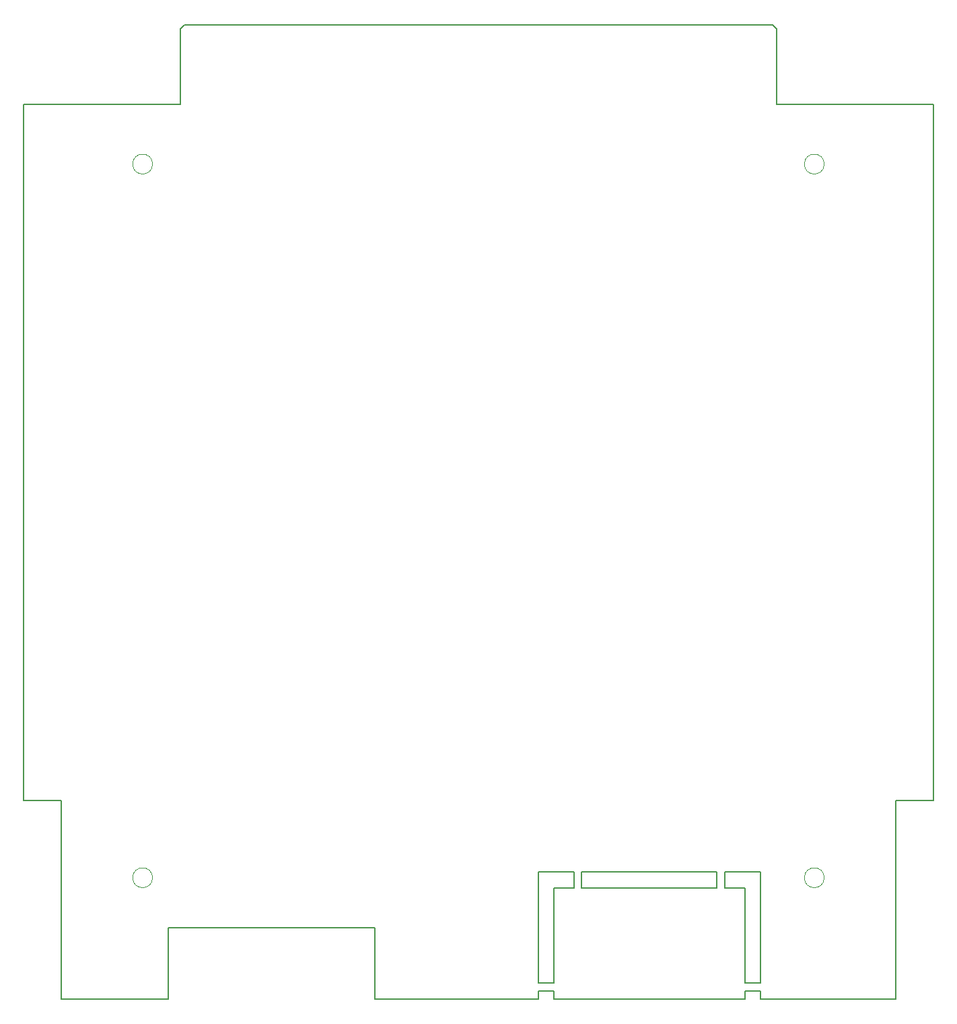
<source format=gbr>
%TF.GenerationSoftware,KiCad,Pcbnew,8.0.2*%
%TF.CreationDate,2024-05-13T23:51:40+02:00*%
%TF.ProjectId,M062.2,4d303632-2e32-42e6-9b69-6361645f7063,2*%
%TF.SameCoordinates,Original*%
%TF.FileFunction,Profile,NP*%
%FSLAX46Y46*%
G04 Gerber Fmt 4.6, Leading zero omitted, Abs format (unit mm)*
G04 Created by KiCad (PCBNEW 8.0.2) date 2024-05-13 23:51:40*
%MOMM*%
%LPD*%
G01*
G04 APERTURE LIST*
%TA.AperFunction,Profile*%
%ADD10C,0.150000*%
%TD*%
%TA.AperFunction,Profile*%
%ADD11C,0.120000*%
%TD*%
G04 APERTURE END LIST*
D10*
%TO.C,X1*%
X94710000Y-51200000D02*
X94710000Y-138700000D01*
X99460000Y-138700000D02*
X94710000Y-138700000D01*
X99460000Y-138700000D02*
X99460000Y-163700000D01*
X112960000Y-154700000D02*
X112960000Y-163700000D01*
X112960000Y-154700000D02*
X138960000Y-154700000D01*
X112960000Y-163700000D02*
X99460000Y-163700000D01*
X114460000Y-41700000D02*
X114960000Y-41200000D01*
X114460000Y-51200000D02*
X94710000Y-51200000D01*
X114460000Y-51200000D02*
X114460000Y-41700000D01*
X114960000Y-41200000D02*
X188960000Y-41200000D01*
X138960000Y-154700000D02*
X138960000Y-163700000D01*
X159460000Y-147700000D02*
X159460000Y-161700000D01*
X159460000Y-161700000D02*
X161460000Y-161700000D01*
X159460000Y-162700000D02*
X159460000Y-163700000D01*
X159460000Y-162700000D02*
X161460000Y-162700000D01*
X159460000Y-163700000D02*
X138960000Y-163700000D01*
X161460000Y-149700000D02*
X161460000Y-161700000D01*
X161460000Y-162700000D02*
X161460000Y-163700000D01*
X163960000Y-147700000D02*
X159460000Y-147700000D01*
X163960000Y-147700000D02*
X163960000Y-149700000D01*
X163960000Y-149700000D02*
X161460000Y-149700000D01*
X164960000Y-147700000D02*
X164960000Y-149700000D01*
X164960000Y-147700000D02*
X181960000Y-147700000D01*
X164960000Y-149700000D02*
X181960000Y-149700000D01*
X181960000Y-149700000D02*
X181960000Y-147700000D01*
X182960000Y-147700000D02*
X187460000Y-147700000D01*
X182960000Y-149700000D02*
X182960000Y-147700000D01*
X182960000Y-149700000D02*
X185460000Y-149700000D01*
X185460000Y-149700000D02*
X185460000Y-161700000D01*
X185460000Y-161700000D02*
X187460000Y-161700000D01*
X185460000Y-162700000D02*
X185460000Y-163700000D01*
X185460000Y-162700000D02*
X187460000Y-162700000D01*
X185460000Y-163700000D02*
X161460000Y-163700000D01*
X187460000Y-147700000D02*
X187460000Y-161700000D01*
X187460000Y-162700000D02*
X187460000Y-163700000D01*
X189460000Y-41700000D02*
X188960000Y-41200000D01*
X189460000Y-41700000D02*
X189460000Y-51200000D01*
X189460000Y-51200000D02*
X209210000Y-51200000D01*
X204460000Y-138700000D02*
X204460000Y-163700000D01*
X204460000Y-163700000D02*
X187460000Y-163700000D01*
X209210000Y-51200000D02*
X209210000Y-138700000D01*
X209210000Y-138700000D02*
X204460000Y-138700000D01*
D11*
X110960000Y-58700000D02*
G75*
G02*
X108460000Y-58700000I-1250000J0D01*
G01*
X108460000Y-58700000D02*
G75*
G02*
X110960000Y-58700000I1250000J0D01*
G01*
X110960000Y-148450000D02*
G75*
G02*
X108460000Y-148450000I-1250000J0D01*
G01*
X108460000Y-148450000D02*
G75*
G02*
X110960000Y-148450000I1250000J0D01*
G01*
X195460000Y-58700000D02*
G75*
G02*
X192960000Y-58700000I-1250000J0D01*
G01*
X192960000Y-58700000D02*
G75*
G02*
X195460000Y-58700000I1250000J0D01*
G01*
X195460000Y-148450000D02*
G75*
G02*
X192960000Y-148450000I-1250000J0D01*
G01*
X192960000Y-148450000D02*
G75*
G02*
X195460000Y-148450000I1250000J0D01*
G01*
%TD*%
M02*

</source>
